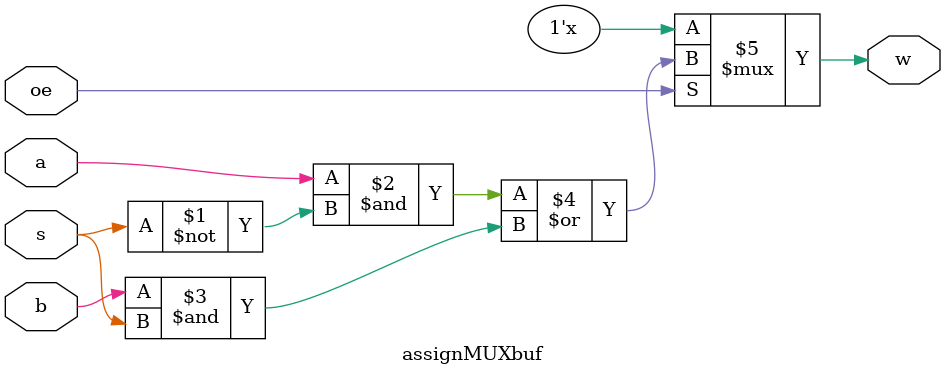
<source format=v>
`timescale 1ns/1ns
module assignMUXbuf(input a,b,s,oe , output w);
    assign #(28,31,12) w = oe ? (a&~s) | (b&s) : 1'bz;
endmodule

</source>
